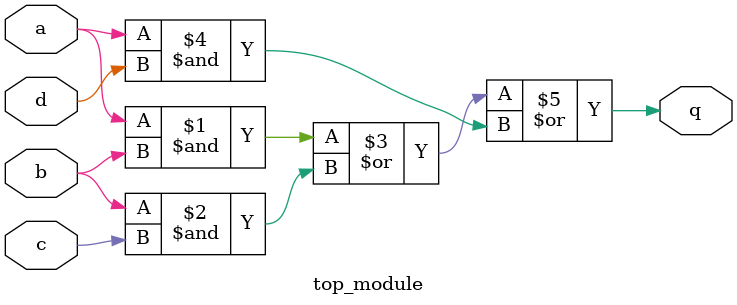
<source format=sv>
module top_module (
    input a, 
    input b, 
    input c, 
    input d,
    output q
);

assign q = (a & b) | (b & c) | (a & d);

endmodule

</source>
